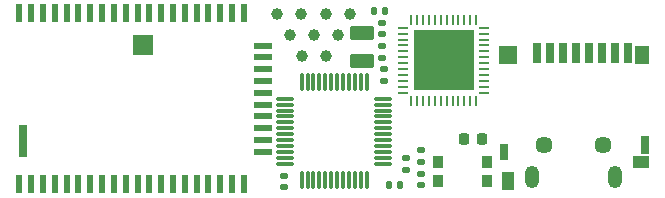
<source format=gbr>
%TF.GenerationSoftware,KiCad,Pcbnew,(6.0.0)*%
%TF.CreationDate,2022-04-23T18:16:10+01:00*%
%TF.ProjectId,pcb I,70636220-492e-46b6-9963-61645f706362,rev?*%
%TF.SameCoordinates,Original*%
%TF.FileFunction,Soldermask,Top*%
%TF.FilePolarity,Negative*%
%FSLAX46Y46*%
G04 Gerber Fmt 4.6, Leading zero omitted, Abs format (unit mm)*
G04 Created by KiCad (PCBNEW (6.0.0)) date 2022-04-23 18:16:10*
%MOMM*%
%LPD*%
G01*
G04 APERTURE LIST*
G04 Aperture macros list*
%AMRoundRect*
0 Rectangle with rounded corners*
0 $1 Rounding radius*
0 $2 $3 $4 $5 $6 $7 $8 $9 X,Y pos of 4 corners*
0 Add a 4 corners polygon primitive as box body*
4,1,4,$2,$3,$4,$5,$6,$7,$8,$9,$2,$3,0*
0 Add four circle primitives for the rounded corners*
1,1,$1+$1,$2,$3*
1,1,$1+$1,$4,$5*
1,1,$1+$1,$6,$7*
1,1,$1+$1,$8,$9*
0 Add four rect primitives between the rounded corners*
20,1,$1+$1,$2,$3,$4,$5,0*
20,1,$1+$1,$4,$5,$6,$7,0*
20,1,$1+$1,$6,$7,$8,$9,0*
20,1,$1+$1,$8,$9,$2,$3,0*%
G04 Aperture macros list end*
%ADD10RoundRect,0.135000X-0.185000X0.135000X-0.185000X-0.135000X0.185000X-0.135000X0.185000X0.135000X0*%
%ADD11C,1.000000*%
%ADD12RoundRect,0.140000X-0.170000X0.140000X-0.170000X-0.140000X0.170000X-0.140000X0.170000X0.140000X0*%
%ADD13RoundRect,0.140000X-0.140000X-0.170000X0.140000X-0.170000X0.140000X0.170000X-0.140000X0.170000X0*%
%ADD14R,0.600000X1.500000*%
%ADD15R,1.500000X0.600000*%
%ADD16R,0.760000X2.790000*%
%ADD17R,1.780000X1.780000*%
%ADD18R,0.700000X1.750000*%
%ADD19R,1.450000X1.000000*%
%ADD20R,1.000000X1.550000*%
%ADD21R,0.800000X1.400000*%
%ADD22R,1.500000X1.500000*%
%ADD23R,1.300000X1.500000*%
%ADD24R,0.800000X1.500000*%
%ADD25R,0.900000X1.000000*%
%ADD26RoundRect,0.140000X0.140000X0.170000X-0.140000X0.170000X-0.140000X-0.170000X0.140000X-0.170000X0*%
%ADD27RoundRect,0.075000X-0.662500X-0.075000X0.662500X-0.075000X0.662500X0.075000X-0.662500X0.075000X0*%
%ADD28RoundRect,0.075000X-0.075000X-0.662500X0.075000X-0.662500X0.075000X0.662500X-0.075000X0.662500X0*%
%ADD29RoundRect,0.050800X0.950000X-0.550000X0.950000X0.550000X-0.950000X0.550000X-0.950000X-0.550000X0*%
%ADD30RoundRect,0.050800X-0.950000X0.550000X-0.950000X-0.550000X0.950000X-0.550000X0.950000X0.550000X0*%
%ADD31RoundRect,0.140000X0.170000X-0.140000X0.170000X0.140000X-0.170000X0.140000X-0.170000X-0.140000X0*%
%ADD32RoundRect,0.218750X-0.218750X-0.256250X0.218750X-0.256250X0.218750X0.256250X-0.218750X0.256250X0*%
%ADD33RoundRect,0.062500X-0.375000X-0.062500X0.375000X-0.062500X0.375000X0.062500X-0.375000X0.062500X0*%
%ADD34RoundRect,0.062500X-0.062500X-0.375000X0.062500X-0.375000X0.062500X0.375000X-0.062500X0.375000X0*%
%ADD35R,5.100000X5.100000*%
%ADD36C,1.450000*%
%ADD37O,1.200000X1.900000*%
G04 APERTURE END LIST*
D10*
%TO.C,R20*%
X110075000Y-92315000D03*
X110075000Y-93335000D03*
%TD*%
D11*
%TO.C,TP71*%
X99000000Y-82600000D03*
%TD*%
%TO.C,TP32*%
X100000000Y-84400000D03*
%TD*%
%TO.C,TP30*%
X103100000Y-82600000D03*
%TD*%
D12*
%TO.C,C76*%
X107000000Y-85520000D03*
X107000000Y-86480000D03*
%TD*%
D11*
%TO.C,TP33*%
X99966666Y-80800000D03*
%TD*%
D12*
%TO.C,C13*%
X106825000Y-83545000D03*
X106825000Y-84505000D03*
%TD*%
D13*
%TO.C,C75*%
X107370000Y-95275000D03*
X108330000Y-95275000D03*
%TD*%
D11*
%TO.C,TP34*%
X102033332Y-80800000D03*
%TD*%
%TO.C,TP70*%
X104100000Y-80800000D03*
%TD*%
D14*
%TO.C,U3*%
X76100000Y-95250000D03*
X77100000Y-95250000D03*
X78100000Y-95250000D03*
X79100000Y-95250000D03*
X80100000Y-95250000D03*
X81100000Y-95250000D03*
X82100000Y-95250000D03*
X83100000Y-95250000D03*
X84100000Y-95250000D03*
X85100000Y-95250000D03*
X86100000Y-95250000D03*
X87100000Y-95250000D03*
X88100000Y-95250000D03*
X89100000Y-95250000D03*
X90100000Y-95250000D03*
X91100000Y-95250000D03*
X92100000Y-95250000D03*
X93100000Y-95250000D03*
X94100000Y-95250000D03*
X95100000Y-95250000D03*
D15*
X96750000Y-92500000D03*
X96750000Y-91500000D03*
X96750000Y-90500000D03*
X96750000Y-89500000D03*
X96750000Y-88500000D03*
X96750000Y-87500000D03*
X96750000Y-86500000D03*
X96750000Y-85500000D03*
X96750000Y-84500000D03*
X96750000Y-83500000D03*
D14*
X95100000Y-80750000D03*
X94100000Y-80750000D03*
X93100000Y-80750000D03*
X92100000Y-80750000D03*
X91100000Y-80750000D03*
X90100000Y-80750000D03*
X89100000Y-80750000D03*
X88100000Y-80750000D03*
X87100000Y-80750000D03*
X86100000Y-80750000D03*
X85100000Y-80750000D03*
X84100000Y-80750000D03*
X83100000Y-80750000D03*
X82100000Y-80750000D03*
X81100000Y-80750000D03*
X80100000Y-80750000D03*
X79100000Y-80750000D03*
X78100000Y-80750000D03*
X77100000Y-80750000D03*
D16*
X76420000Y-91540000D03*
D14*
X76100000Y-80750000D03*
D17*
X86530000Y-83480000D03*
%TD*%
D18*
%TO.C,CN20*%
X119905000Y-84150000D03*
X121005000Y-84150000D03*
X122105000Y-84150000D03*
X123205000Y-84150000D03*
X124305000Y-84150000D03*
X125405000Y-84150000D03*
X126505000Y-84150000D03*
X127605000Y-84150000D03*
D19*
X128730000Y-93375000D03*
D20*
X117505000Y-94950000D03*
D21*
X117105000Y-92525000D03*
D22*
X117455000Y-84275000D03*
D23*
X128805000Y-84275000D03*
D24*
X129055000Y-91875000D03*
%TD*%
D10*
%TO.C,R21*%
X108800000Y-92990000D03*
X108800000Y-94010000D03*
%TD*%
D11*
%TO.C,TP31*%
X102100000Y-84400000D03*
%TD*%
D25*
%TO.C,SW1*%
X111550000Y-93350000D03*
X115650000Y-93350000D03*
X115650000Y-94950000D03*
X111550000Y-94950000D03*
%TD*%
D26*
%TO.C,C10*%
X107080000Y-80575000D03*
X106120000Y-80575000D03*
%TD*%
D12*
%TO.C,C30*%
X98500000Y-94520000D03*
X98500000Y-95480000D03*
%TD*%
D27*
%TO.C,U2*%
X98587500Y-88000000D03*
X98587500Y-88500000D03*
X98587500Y-89000000D03*
X98587500Y-89500000D03*
X98587500Y-90000000D03*
X98587500Y-90500000D03*
X98587500Y-91000000D03*
X98587500Y-91500000D03*
X98587500Y-92000000D03*
X98587500Y-92500000D03*
X98587500Y-93000000D03*
X98587500Y-93500000D03*
D28*
X100000000Y-94912500D03*
X100500000Y-94912500D03*
X101000000Y-94912500D03*
X101500000Y-94912500D03*
X102000000Y-94912500D03*
X102500000Y-94912500D03*
X103000000Y-94912500D03*
X103500000Y-94912500D03*
X104000000Y-94912500D03*
X104500000Y-94912500D03*
X105000000Y-94912500D03*
X105500000Y-94912500D03*
D27*
X106912500Y-93500000D03*
X106912500Y-93000000D03*
X106912500Y-92500000D03*
X106912500Y-92000000D03*
X106912500Y-91500000D03*
X106912500Y-91000000D03*
X106912500Y-90500000D03*
X106912500Y-90000000D03*
X106912500Y-89500000D03*
X106912500Y-89000000D03*
X106912500Y-88500000D03*
X106912500Y-88000000D03*
D28*
X105500000Y-86587500D03*
X105000000Y-86587500D03*
X104500000Y-86587500D03*
X104000000Y-86587500D03*
X103500000Y-86587500D03*
X103000000Y-86587500D03*
X102500000Y-86587500D03*
X102000000Y-86587500D03*
X101500000Y-86587500D03*
X101000000Y-86587500D03*
X100500000Y-86587500D03*
X100000000Y-86587500D03*
%TD*%
D29*
%TO.C,X10*%
X105100000Y-82400000D03*
D30*
X105100000Y-84800000D03*
%TD*%
D11*
%TO.C,TP73*%
X97900000Y-80800000D03*
%TD*%
D31*
%TO.C,C12*%
X106825000Y-82530000D03*
X106825000Y-81570000D03*
%TD*%
D12*
%TO.C,C21*%
X110075000Y-94370000D03*
X110075000Y-95330000D03*
%TD*%
D32*
%TO.C,D10*%
X113712500Y-91425000D03*
X115287500Y-91425000D03*
%TD*%
D11*
%TO.C,TP72*%
X101050000Y-82600000D03*
%TD*%
D33*
%TO.C,U1*%
X108587500Y-81987500D03*
X108587500Y-82487500D03*
X108587500Y-82987500D03*
X108587500Y-83487500D03*
X108587500Y-83987500D03*
X108587500Y-84487500D03*
X108587500Y-84987500D03*
X108587500Y-85487500D03*
X108587500Y-85987500D03*
X108587500Y-86487500D03*
X108587500Y-86987500D03*
X108587500Y-87487500D03*
D34*
X109275000Y-88175000D03*
X109775000Y-88175000D03*
X110275000Y-88175000D03*
X110775000Y-88175000D03*
X111275000Y-88175000D03*
X111775000Y-88175000D03*
X112275000Y-88175000D03*
X112775000Y-88175000D03*
X113275000Y-88175000D03*
X113775000Y-88175000D03*
X114275000Y-88175000D03*
X114775000Y-88175000D03*
D33*
X115462500Y-87487500D03*
X115462500Y-86987500D03*
X115462500Y-86487500D03*
X115462500Y-85987500D03*
X115462500Y-85487500D03*
X115462500Y-84987500D03*
X115462500Y-84487500D03*
X115462500Y-83987500D03*
X115462500Y-83487500D03*
X115462500Y-82987500D03*
X115462500Y-82487500D03*
X115462500Y-81987500D03*
D34*
X114775000Y-81300000D03*
X114275000Y-81300000D03*
X113775000Y-81300000D03*
X113275000Y-81300000D03*
X112775000Y-81300000D03*
X112275000Y-81300000D03*
X111775000Y-81300000D03*
X111275000Y-81300000D03*
X110775000Y-81300000D03*
X110275000Y-81300000D03*
X109775000Y-81300000D03*
X109275000Y-81300000D03*
D35*
X112025000Y-84737500D03*
%TD*%
D36*
%TO.C,CN70*%
X120500000Y-91900000D03*
D37*
X119500000Y-94600000D03*
D36*
X125500000Y-91900000D03*
D37*
X126500000Y-94600000D03*
%TD*%
M02*

</source>
